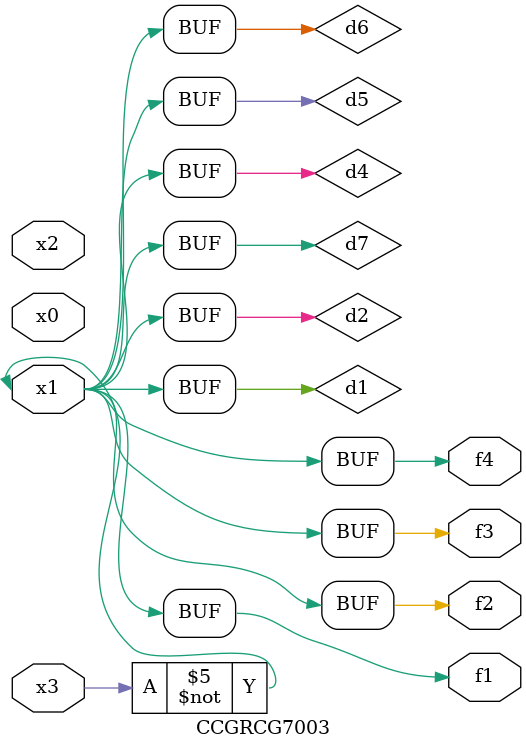
<source format=v>
module CCGRCG7003(
	input x0, x1, x2, x3,
	output f1, f2, f3, f4
);

	wire d1, d2, d3, d4, d5, d6, d7;

	not (d1, x3);
	buf (d2, x1);
	xnor (d3, d1, d2);
	nor (d4, d1);
	buf (d5, d1, d2);
	buf (d6, d4, d5);
	nand (d7, d4);
	assign f1 = d6;
	assign f2 = d7;
	assign f3 = d6;
	assign f4 = d6;
endmodule

</source>
